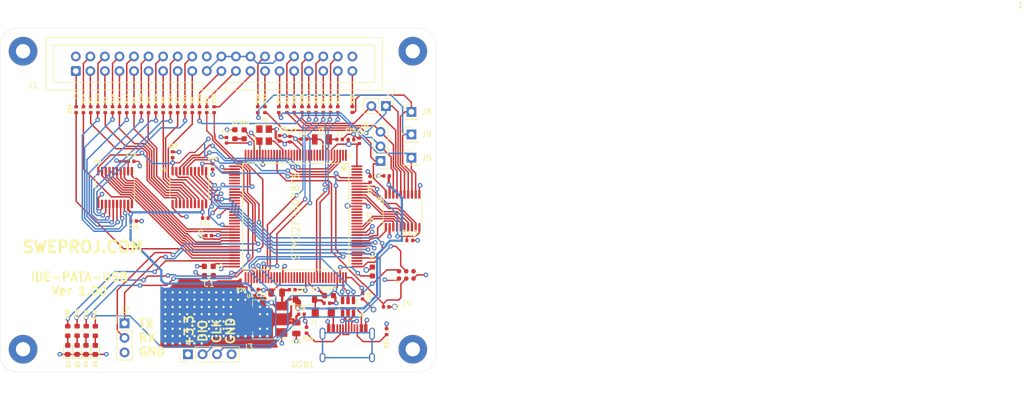
<source format=kicad_pcb>
(kicad_pcb (version 20221018) (generator pcbnew)

  (general
    (thickness 1.6)
  )

  (paper "A4")
  (title_block
    (date "2022-11-21")
  )

  (layers
    (0 "F.Cu" signal)
    (1 "In1.Cu" signal)
    (2 "In2.Cu" signal)
    (31 "B.Cu" signal)
    (32 "B.Adhes" user "B.Adhesive")
    (33 "F.Adhes" user "F.Adhesive")
    (34 "B.Paste" user)
    (35 "F.Paste" user)
    (36 "B.SilkS" user "B.Silkscreen")
    (37 "F.SilkS" user "F.Silkscreen")
    (38 "B.Mask" user)
    (39 "F.Mask" user)
    (40 "Dwgs.User" user "User.Drawings")
    (41 "Cmts.User" user "User.Comments")
    (42 "Eco1.User" user "User.Eco1")
    (43 "Eco2.User" user "User.Eco2")
    (44 "Edge.Cuts" user)
    (45 "Margin" user)
    (46 "B.CrtYd" user "B.Courtyard")
    (47 "F.CrtYd" user "F.Courtyard")
    (48 "B.Fab" user)
    (49 "F.Fab" user)
  )

  (setup
    (stackup
      (layer "F.SilkS" (type "Top Silk Screen"))
      (layer "F.Paste" (type "Top Solder Paste"))
      (layer "F.Mask" (type "Top Solder Mask") (thickness 0.01))
      (layer "F.Cu" (type "copper") (thickness 0.035))
      (layer "dielectric 1" (type "core") (thickness 0.48) (material "FR4") (epsilon_r 4.5) (loss_tangent 0.02))
      (layer "In1.Cu" (type "copper") (thickness 0.035))
      (layer "dielectric 2" (type "prepreg") (thickness 0.48) (material "FR4") (epsilon_r 4.5) (loss_tangent 0.02))
      (layer "In2.Cu" (type "copper") (thickness 0.035))
      (layer "dielectric 3" (type "core") (thickness 0.48) (material "FR4") (epsilon_r 4.5) (loss_tangent 0.02))
      (layer "B.Cu" (type "copper") (thickness 0.035))
      (layer "B.Mask" (type "Bottom Solder Mask") (thickness 0.01))
      (layer "B.Paste" (type "Bottom Solder Paste"))
      (layer "B.SilkS" (type "Bottom Silk Screen"))
      (copper_finish "None")
      (dielectric_constraints no)
    )
    (pad_to_mask_clearance 0)
    (pcbplotparams
      (layerselection 0x00010fc_ffffffff)
      (plot_on_all_layers_selection 0x0000000_00000000)
      (disableapertmacros false)
      (usegerberextensions true)
      (usegerberattributes false)
      (usegerberadvancedattributes false)
      (creategerberjobfile false)
      (dashed_line_dash_ratio 12.000000)
      (dashed_line_gap_ratio 3.000000)
      (svgprecision 6)
      (plotframeref false)
      (viasonmask false)
      (mode 1)
      (useauxorigin false)
      (hpglpennumber 1)
      (hpglpenspeed 20)
      (hpglpendiameter 15.000000)
      (dxfpolygonmode true)
      (dxfimperialunits true)
      (dxfusepcbnewfont true)
      (psnegative false)
      (psa4output false)
      (plotreference true)
      (plotvalue false)
      (plotinvisibletext false)
      (sketchpadsonfab false)
      (subtractmaskfromsilk true)
      (outputformat 1)
      (mirror false)
      (drillshape 0)
      (scaleselection 1)
      (outputdirectory "out/")
    )
  )

  (net 0 "")
  (net 1 "GND")
  (net 2 "Net-(U7A-VCAP_1)")
  (net 3 "Net-(U7A-VCAP_2)")
  (net 4 "Net-(U7B-PC15)")
  (net 5 "Net-(U7B-PC14)")
  (net 6 "Net-(D2-A)")
  (net 7 "Net-(D3-A)")
  (net 8 "Net-(D4-A)")
  (net 9 "Net-(U5-VBUS)")
  (net 10 "Net-(J1-Pin_1)")
  (net 11 "Net-(J1-Pin_3)")
  (net 12 "Net-(J1-Pin_4)")
  (net 13 "Net-(J1-Pin_5)")
  (net 14 "Net-(J1-Pin_6)")
  (net 15 "Net-(J1-Pin_7)")
  (net 16 "Net-(J1-Pin_8)")
  (net 17 "Net-(J1-Pin_9)")
  (net 18 "Net-(J1-Pin_10)")
  (net 19 "Net-(J1-Pin_11)")
  (net 20 "Net-(J1-Pin_12)")
  (net 21 "Net-(J1-Pin_13)")
  (net 22 "Net-(J1-Pin_14)")
  (net 23 "Net-(J1-Pin_15)")
  (net 24 "Net-(J1-Pin_16)")
  (net 25 "Net-(J1-Pin_17)")
  (net 26 "/CS0")
  (net 27 "/DD1A")
  (net 28 "/DD3A")
  (net 29 "/OE")
  (net 30 "/DD4A")
  (net 31 "/DD6A")
  (net 32 "+3V3")
  (net 33 "/DD5A")
  (net 34 "/DD2A")
  (net 35 "/DD0A")
  (net 36 "/DIOW")
  (net 37 "/CS1")
  (net 38 "/DA2")
  (net 39 "/DA0")
  (net 40 "/DD14A")
  (net 41 "/DD12A")
  (net 42 "/DD10A")
  (net 43 "/DD8A")
  (net 44 "/DIOR")
  (net 45 "/DD7A")
  (net 46 "/DD9A")
  (net 47 "/DD11A")
  (net 48 "/DD13A")
  (net 49 "/DD15A")
  (net 50 "/RESET")
  (net 51 "/DA1")
  (net 52 "/DD7B")
  (net 53 "/DD6B")
  (net 54 "/DD5B")
  (net 55 "/DD4B")
  (net 56 "/DD3B")
  (net 57 "/DD2B")
  (net 58 "/DD1B")
  (net 59 "/DD0B")
  (net 60 "/DD8B")
  (net 61 "/DD9B")
  (net 62 "/DD10B")
  (net 63 "/DD11B")
  (net 64 "/DD12B")
  (net 65 "/DD13B")
  (net 66 "/DD14B")
  (net 67 "/DD15B")
  (net 68 "+5V")
  (net 69 "/nRST")
  (net 70 "Net-(J1-Pin_18)")
  (net 71 "unconnected-(J1-Pin_20-Pad20)")
  (net 72 "Net-(J1-Pin_21)")
  (net 73 "Net-(J1-Pin_23)")
  (net 74 "USB_POWER")
  (net 75 "Net-(J1-Pin_25)")
  (net 76 "/SWDIO")
  (net 77 "/SWCLK")
  (net 78 "Net-(J1-Pin_27)")
  (net 79 "Net-(L1-Pad2)")
  (net 80 "Net-(J1-Pin_28)")
  (net 81 "Net-(J1-Pin_29)")
  (net 82 "Net-(J1-Pin_31)")
  (net 83 "Net-(J1-Pin_32)")
  (net 84 "Net-(J1-Pin_33)")
  (net 85 "Net-(J1-Pin_34)")
  (net 86 "Net-(J1-Pin_35)")
  (net 87 "Net-(J1-Pin_36)")
  (net 88 "Net-(J1-Pin_37)")
  (net 89 "Net-(J1-Pin_38)")
  (net 90 "Net-(J1-Pin_39)")
  (net 91 "/UART_TX")
  (net 92 "/UART_RX")
  (net 93 "unconnected-(J4-Pin_6-Pad6)")
  (net 94 "Net-(U7A-BOOT0)")
  (net 95 "Net-(U7A-VDDA)")
  (net 96 "Net-(USB1-CC1)")
  (net 97 "Net-(USB1-CC2)")
  (net 98 "Net-(USB1-DP1)")
  (net 99 "Net-(USB1-DN1)")
  (net 100 "unconnected-(U7C-PE2-Pad1)")
  (net 101 "unconnected-(U7C-PE3-Pad2)")
  (net 102 "unconnected-(U7B-PC13-Pad7)")
  (net 103 "unconnected-(U7C-PF0-Pad10)")
  (net 104 "unconnected-(U7C-PF1-Pad11)")
  (net 105 "unconnected-(U7C-PF2-Pad12)")
  (net 106 "unconnected-(U7C-PF3-Pad13)")
  (net 107 "unconnected-(U7C-PF4-Pad14)")
  (net 108 "unconnected-(U7C-PF5-Pad15)")
  (net 109 "/USB-")
  (net 110 "/USB+")
  (net 111 "unconnected-(U7C-PF6-Pad18)")
  (net 112 "unconnected-(U7C-PF7-Pad19)")
  (net 113 "unconnected-(U7C-PF8-Pad20)")
  (net 114 "unconnected-(U7C-PF9-Pad21)")
  (net 115 "unconnected-(U7C-PF10-Pad22)")
  (net 116 "Net-(U7C-PH0)")
  (net 117 "unconnected-(U7C-PH1-Pad24)")
  (net 118 "unconnected-(U7B-PC0-Pad26)")
  (net 119 "unconnected-(U7B-PC1-Pad27)")
  (net 120 "unconnected-(U7B-PC2-Pad28)")
  (net 121 "unconnected-(U7B-PC3-Pad29)")
  (net 122 "unconnected-(U7A-VREF+-Pad32)")
  (net 123 "unconnected-(H1-Pad1)")
  (net 124 "unconnected-(H2-Pad1)")
  (net 125 "unconnected-(H3-Pad1)")
  (net 126 "unconnected-(H4-Pad1)")
  (net 127 "/IORDYB")
  (net 128 "/CSELB")
  (net 129 "/DMACKB")
  (net 130 "/INTRQB")
  (net 131 "/IOCS16B")
  (net 132 "/PDIAGB")
  (net 133 "/ACTB")
  (net 134 "/DMARQB")
  (net 135 "/ACTA")
  (net 136 "/CSELA")
  (net 137 "/IOCS16A")
  (net 138 "/PDIAGA")
  (net 139 "/DMARQA")
  (net 140 "/INTRQA")
  (net 141 "unconnected-(U7B-PA0-Pad34)")
  (net 142 "unconnected-(U7B-PA1-Pad35)")
  (net 143 "Net-(U7A-VDD12OTGHS)")
  (net 144 "Net-(U7A-OTG_HS_REXT)")
  (net 145 "unconnected-(U7B-PD11-Pad82)")
  (net 146 "unconnected-(U7B-PD12-Pad83)")
  (net 147 "unconnected-(U7B-PD13-Pad84)")
  (net 148 "unconnected-(U7B-PD14-Pad87)")
  (net 149 "/IORDYA")
  (net 150 "/DMACKA")
  (net 151 "/OE2")
  (net 152 "unconnected-(U7B-PD15-Pad88)")
  (net 153 "unconnected-(U7C-PG2-Pad89)")
  (net 154 "unconnected-(U7C-PG3-Pad90)")
  (net 155 "/LED1")
  (net 156 "/LED2")
  (net 157 "/LED3")
  (net 158 "unconnected-(U7C-PG4-Pad91)")
  (net 159 "unconnected-(U7C-PG5-Pad92)")
  (net 160 "unconnected-(U7C-PG8-Pad93)")
  (net 161 "unconnected-(U7B-PC6-Pad96)")
  (net 162 "unconnected-(U7B-PC7-Pad97)")
  (net 163 "unconnected-(U7B-PA8-Pad100)")
  (net 164 "unconnected-(U7B-PA9-Pad101)")
  (net 165 "unconnected-(U7B-PA10-Pad102)")
  (net 166 "unconnected-(U7B-PA11-Pad103)")
  (net 167 "unconnected-(U7B-PA12-Pad104)")
  (net 168 "unconnected-(U7B-PA4-Pad40)")
  (net 169 "unconnected-(U7B-PA5-Pad41)")
  (net 170 "unconnected-(U7B-PA6-Pad42)")
  (net 171 "unconnected-(U7B-PA7-Pad43)")
  (net 172 "unconnected-(U7B-PC5-Pad45)")
  (net 173 "Net-(D5-A)")
  (net 174 "/LED4")
  (net 175 "unconnected-(U7B-PB2-Pad48)")
  (net 176 "unconnected-(U7C-PF11-Pad49)")
  (net 177 "unconnected-(U7C-PF12-Pad50)")
  (net 178 "unconnected-(U7C-PF13-Pad53)")
  (net 179 "unconnected-(U7C-PF14-Pad54)")
  (net 180 "unconnected-(U7C-PF15-Pad55)")
  (net 181 "unconnected-(U7C-PG0-Pad56)")
  (net 182 "unconnected-(U7C-PG1-Pad57)")
  (net 183 "unconnected-(U7B-PA15-Pad110)")
  (net 184 "unconnected-(U7B-PC10-Pad111)")
  (net 185 "unconnected-(U7B-PC12-Pad113)")
  (net 186 "unconnected-(U7C-PG9-Pad124)")
  (net 187 "unconnected-(U7C-PG10-Pad125)")
  (net 188 "unconnected-(U7C-PG11-Pad126)")
  (net 189 "unconnected-(U7C-PG12-Pad127)")
  (net 190 "unconnected-(U7C-PG13-Pad128)")
  (net 191 "unconnected-(U7C-PG14-Pad129)")
  (net 192 "unconnected-(U7C-PG15-Pad132)")
  (net 193 "unconnected-(U7B-PB12-Pad73)")
  (net 194 "unconnected-(U7C-PE0-Pad141)")
  (net 195 "unconnected-(U7C-PE1-Pad142)")
  (net 196 "unconnected-(U7A-PDR_ON-Pad143)")
  (net 197 "unconnected-(USB1-SBU2-Pad3)")
  (net 198 "unconnected-(USB1-SBU1-Pad9)")
  (net 199 "unconnected-(USB1-SHIELD-Pad13)")
  (net 200 "unconnected-(X1-Tri-State-Pad1)")
  (net 201 "unconnected-(U7B-PB13-Pad74)")

  (footprint "Connector_IDC:IDC-Header_2x20_P2.54mm_Vertical" (layer "F.Cu") (at 68.199 93.4625 90))

  (footprint "Resistor_SMD:R_0402_1005Metric" (layer "F.Cu") (at 70.801457 100.205 -90))

  (footprint "Resistor_SMD:R_0402_1005Metric" (layer "F.Cu") (at 73.341457 100.205 -90))

  (footprint "Resistor_SMD:R_0402_1005Metric" (layer "F.Cu") (at 75.819 100.203 -90))

  (footprint "Resistor_SMD:R_0402_1005Metric" (layer "F.Cu") (at 78.359 100.203 -90))

  (footprint "Resistor_SMD:R_0402_1005Metric" (layer "F.Cu") (at 80.899 100.203 -90))

  (footprint "Resistor_SMD:R_0402_1005Metric" (layer "F.Cu") (at 83.439 100.203 -90))

  (footprint "Resistor_SMD:R_0402_1005Metric" (layer "F.Cu") (at 85.979 100.203 -90))

  (footprint "Resistor_SMD:R_0402_1005Metric" (layer "F.Cu") (at 88.519 100.203 -90))

  (footprint "Resistor_SMD:R_0402_1005Metric" (layer "F.Cu") (at 91.059 100.203 -90))

  (footprint "Resistor_SMD:R_0402_1005Metric" (layer "F.Cu") (at 92.329 100.203 -90))

  (footprint "Resistor_SMD:R_0402_1005Metric" (layer "F.Cu") (at 108.839 100.203 -90))

  (footprint "Resistor_SMD:R_0402_1005Metric" (layer "F.Cu") (at 111.379 100.203 -90))

  (footprint "Resistor_SMD:R_0402_1005Metric" (layer "F.Cu") (at 113.919 100.203 -90))

  (footprint "Resistor_SMD:R_0402_1005Metric" (layer "F.Cu") (at 69.531457 100.205 90))

  (footprint "Resistor_SMD:R_0402_1005Metric" (layer "F.Cu") (at 72.071457 100.205 90))

  (footprint "Resistor_SMD:R_0402_1005Metric" (layer "F.Cu") (at 74.611457 100.205 90))

  (footprint "Resistor_SMD:R_0402_1005Metric" (layer "F.Cu") (at 77.089 100.203 90))

  (footprint "Resistor_SMD:R_0402_1005Metric" (layer "F.Cu") (at 79.629 100.203 90))

  (footprint "Resistor_SMD:R_0402_1005Metric" (layer "F.Cu") (at 82.169 100.203 90))

  (footprint "Resistor_SMD:R_0402_1005Metric" (layer "F.Cu") (at 84.709 100.203 90))

  (footprint "Resistor_SMD:R_0402_1005Metric" (layer "F.Cu") (at 87.249 100.203 90))

  (footprint "Resistor_SMD:R_0402_1005Metric" (layer "F.Cu") (at 110.109 100.203 90))

  (footprint "Resistor_SMD:R_0402_1005Metric" (layer "F.Cu") (at 112.649 100.203 90))

  (footprint "Resistor_SMD:R_0402_1005Metric" (layer "F.Cu") (at 68.261457 100.203 -90))

  (footprint "Package_SO:TSSOP-20_4.4x6.5mm_P0.65mm" (layer "F.Cu") (at 88.011 113.792 -90))

  (footprint "Package_SO:TSSOP-20_4.4x6.5mm_P0.65mm" (layer "F.Cu") (at 75.057 113.792 -90))

  (footprint "Connector_PinHeader_2.54mm:PinHeader_1x01_P2.54mm_Vertical" (layer "F.Cu") (at 126.746 108.585))

  (footprint "Connector_PinHeader_2.54mm:PinHeader_1x01_P2.54mm_Vertical" (layer "F.Cu") (at 126.746 100.584))

  (footprint "Connector_PinHeader_2.54mm:PinHeader_1x01_P2.54mm_Vertical" (layer "F.Cu") (at 126.746 104.521))

  (footprint "Connector_PinHeader_2.54mm:PinHeader_1x03_P2.54mm_Vertical" (layer "F.Cu") (at 121.3612 109.1438 180))

  (footprint "Connector_PinHeader_2.54mm:PinHeader_1x02_P2.54mm_Vertical" (layer "F.Cu") (at 122.306 99.568 -90))

  (footprint "Capacitor_SMD:C_0402_1005Metric" (layer "F.Cu") (at 103.74 105.21 90))

  (footprint "Resistor_SMD:R_0402_1005Metric" (layer "F.Cu") (at 85.09 108.0516 90))

  (footprint "MountingHole:MountingHole_2.5mm_Pad_TopBottom" (layer "F.Cu") (at 127 142))

  (footprint "Capacitor_SMD:C_0402_1005Metric" (layer "F.Cu") (at 78.2828 119.634))

  (footprint "Diode_SMD:D_SOD-123" (layer "F.Cu") (at 108.19 133.29))

  (footprint "Resistor_SMD:R_0402_1005Metric" (layer "F.Cu") (at 106.299 100.203 -90))

  (footprint "Resistor_SMD:R_0402_1005Metric" (layer "F.Cu") (at 126.47 123))

  (footprint "Capacitor_SMD:C_0402_1005Metric" (layer "F.Cu") (at 91.39 122.18))

  (footprint "Capacitor_SMD:C_0805_2012Metric" (layer "F.Cu") (at 103.24 132.11 180))

  (footprint "Capacitor_SMD:C_0603_1608Metric" (layer "F.Cu") (at 112.385 132.64))

  (footprint "LED_SMD:LED_0603_1608Metric" (layer "F.Cu") (at 69.98 142.107 90))

  (footprint "Resistor_SMD:R_0402_1005Metric" (layer "F.Cu") (at 107.6706 100.203 90))

  (footprint "Resistor_SMD:R_0603_1608Metric" (layer "F.Cu") (at 70.02 138.805 90))

  (footprint "Resistor_SMD:R_0603_1608Metric" (layer "F.Cu") (at 68.43 138.805 90))

  (footprint "Resistor_SMD:R_0402_1005Metric" (layer "F.Cu") (at 105.029 100.203 90))

  (footprint "MountingHole:MountingHole_2.5mm_Pad_TopBottom" (layer "F.Cu") (at 59 90))

  (footprint "Resistor_SMD:R_0402_1005Metric" (layer "F.Cu") (at 99.5 131.59))

  (footprint "Capacitor_SMD:C_0402_1005Metric" (layer "F.Cu") (at 118.23 132.76 -90))

  (footprint "Capacitor_SMD:C_0402_1005Metric" (layer "F.Cu")
    (tstamp 52896d5a-8238-4927-9c3d-213fe1cb95bd)
    (at 94.5 105.54 90)
    (descr "Capacitor SMD 0402 (1005 Metric), square (rectangular) end terminal, IPC_7351 nominal, (Body size source: IPC-SM-782 page 76, 
... [959512 chars truncated]
</source>
